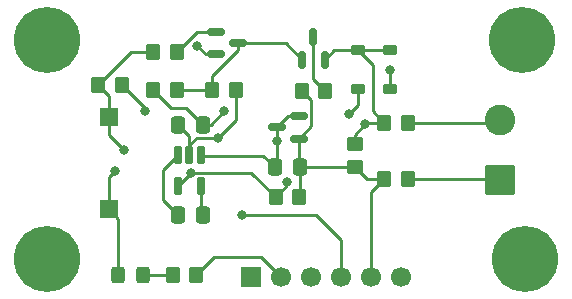
<source format=gbr>
%TF.GenerationSoftware,KiCad,Pcbnew,9.0.3*%
%TF.CreationDate,2025-10-25T21:42:41-05:00*%
%TF.ProjectId,VoltmeterFrontEnd,566f6c74-6d65-4746-9572-46726f6e7445,rev?*%
%TF.SameCoordinates,Original*%
%TF.FileFunction,Copper,L1,Top*%
%TF.FilePolarity,Positive*%
%FSLAX46Y46*%
G04 Gerber Fmt 4.6, Leading zero omitted, Abs format (unit mm)*
G04 Created by KiCad (PCBNEW 9.0.3) date 2025-10-25 21:42:41*
%MOMM*%
%LPD*%
G01*
G04 APERTURE LIST*
G04 Aperture macros list*
%AMRoundRect*
0 Rectangle with rounded corners*
0 $1 Rounding radius*
0 $2 $3 $4 $5 $6 $7 $8 $9 X,Y pos of 4 corners*
0 Add a 4 corners polygon primitive as box body*
4,1,4,$2,$3,$4,$5,$6,$7,$8,$9,$2,$3,0*
0 Add four circle primitives for the rounded corners*
1,1,$1+$1,$2,$3*
1,1,$1+$1,$4,$5*
1,1,$1+$1,$6,$7*
1,1,$1+$1,$8,$9*
0 Add four rect primitives between the rounded corners*
20,1,$1+$1,$2,$3,$4,$5,0*
20,1,$1+$1,$4,$5,$6,$7,0*
20,1,$1+$1,$6,$7,$8,$9,0*
20,1,$1+$1,$8,$9,$2,$3,0*%
G04 Aperture macros list end*
%TA.AperFunction,ComponentPad*%
%ADD10C,2.600000*%
%TD*%
%TA.AperFunction,ComponentPad*%
%ADD11RoundRect,0.250000X1.050000X-1.050000X1.050000X1.050000X-1.050000X1.050000X-1.050000X-1.050000X0*%
%TD*%
%TA.AperFunction,SMDPad,CuDef*%
%ADD12RoundRect,0.250000X-0.350000X-0.450000X0.350000X-0.450000X0.350000X0.450000X-0.350000X0.450000X0*%
%TD*%
%TA.AperFunction,SMDPad,CuDef*%
%ADD13RoundRect,0.150000X-0.587500X-0.150000X0.587500X-0.150000X0.587500X0.150000X-0.587500X0.150000X0*%
%TD*%
%TA.AperFunction,ComponentPad*%
%ADD14C,3.600000*%
%TD*%
%TA.AperFunction,ConnectorPad*%
%ADD15C,5.600000*%
%TD*%
%TA.AperFunction,SMDPad,CuDef*%
%ADD16RoundRect,0.250000X0.350000X0.450000X-0.350000X0.450000X-0.350000X-0.450000X0.350000X-0.450000X0*%
%TD*%
%TA.AperFunction,SMDPad,CuDef*%
%ADD17RoundRect,0.250000X0.450000X-0.350000X0.450000X0.350000X-0.450000X0.350000X-0.450000X-0.350000X0*%
%TD*%
%TA.AperFunction,SMDPad,CuDef*%
%ADD18RoundRect,0.150000X0.587500X0.150000X-0.587500X0.150000X-0.587500X-0.150000X0.587500X-0.150000X0*%
%TD*%
%TA.AperFunction,SMDPad,CuDef*%
%ADD19RoundRect,0.250000X-0.337500X-0.475000X0.337500X-0.475000X0.337500X0.475000X-0.337500X0.475000X0*%
%TD*%
%TA.AperFunction,SMDPad,CuDef*%
%ADD20RoundRect,0.162500X-0.162500X0.617500X-0.162500X-0.617500X0.162500X-0.617500X0.162500X0.617500X0*%
%TD*%
%TA.AperFunction,SMDPad,CuDef*%
%ADD21RoundRect,0.225000X0.375000X-0.225000X0.375000X0.225000X-0.375000X0.225000X-0.375000X-0.225000X0*%
%TD*%
%TA.AperFunction,SMDPad,CuDef*%
%ADD22RoundRect,0.250000X0.337500X0.475000X-0.337500X0.475000X-0.337500X-0.475000X0.337500X-0.475000X0*%
%TD*%
%TA.AperFunction,SMDPad,CuDef*%
%ADD23RoundRect,0.225000X-0.375000X0.225000X-0.375000X-0.225000X0.375000X-0.225000X0.375000X0.225000X0*%
%TD*%
%TA.AperFunction,SMDPad,CuDef*%
%ADD24RoundRect,0.150000X0.150000X-0.587500X0.150000X0.587500X-0.150000X0.587500X-0.150000X-0.587500X0*%
%TD*%
%TA.AperFunction,SMDPad,CuDef*%
%ADD25RoundRect,0.250000X-0.325000X-0.450000X0.325000X-0.450000X0.325000X0.450000X-0.325000X0.450000X0*%
%TD*%
%TA.AperFunction,SMDPad,CuDef*%
%ADD26R,1.500000X1.500000*%
%TD*%
%TA.AperFunction,ComponentPad*%
%ADD27R,1.700000X1.700000*%
%TD*%
%TA.AperFunction,ComponentPad*%
%ADD28C,1.700000*%
%TD*%
%TA.AperFunction,ViaPad*%
%ADD29C,0.800000*%
%TD*%
%TA.AperFunction,Conductor*%
%ADD30C,0.250000*%
%TD*%
G04 APERTURE END LIST*
D10*
%TO.P,J15,2,Pin_2*%
%TO.N,V_Input_Float*%
X132417500Y-72217000D03*
D11*
%TO.P,J15,1,Pin_1*%
%TO.N,V_Input_REF*%
X132417500Y-77297000D03*
%TD*%
D12*
%TO.P,R12,1*%
%TO.N,GND*%
X103000000Y-69750000D03*
%TO.P,R12,2*%
%TO.N,/MOSFET_Gate*%
X105000000Y-69750000D03*
%TD*%
%TO.P,R8,1*%
%TO.N,/MOSFET_Gate*%
X108000000Y-69750000D03*
%TO.P,R8,2*%
%TO.N,+9V*%
X110000000Y-69750000D03*
%TD*%
%TO.P,R7,1*%
%TO.N,MOSFET_Ctrl*%
X103000000Y-66500000D03*
%TO.P,R7,2*%
%TO.N,Net-(Q3-B)*%
X105000000Y-66500000D03*
%TD*%
D13*
%TO.P,Q3,1,B*%
%TO.N,Net-(Q3-B)*%
X108312500Y-64800000D03*
%TO.P,Q3,2,E*%
%TO.N,GND*%
X108312500Y-66700000D03*
%TO.P,Q3,3,C*%
%TO.N,/MOSFET_Gate*%
X110187500Y-65750000D03*
%TD*%
D14*
%TO.P,H4,1*%
%TO.N,N/C*%
X94000000Y-84000000D03*
D15*
X94000000Y-84000000D03*
%TD*%
D14*
%TO.P,H3,1*%
%TO.N,N/C*%
X134500000Y-84000000D03*
D15*
X134500000Y-84000000D03*
%TD*%
D14*
%TO.P,H2,1*%
%TO.N,N/C*%
X134250000Y-65500000D03*
D15*
X134250000Y-65500000D03*
%TD*%
D14*
%TO.P,H1,1*%
%TO.N,N/C*%
X94000000Y-65500000D03*
D15*
X94000000Y-65500000D03*
%TD*%
D12*
%TO.P,R27,1*%
%TO.N,VDD*%
X113373500Y-78752000D03*
%TO.P,R27,2*%
%TO.N,/V Ref to ADS-0*%
X115373500Y-78752000D03*
%TD*%
D16*
%TO.P,R18,1*%
%TO.N,V_Input_REF*%
X124586000Y-77252000D03*
%TO.P,R18,2*%
%TO.N,/V Ref to ADS-0*%
X122586000Y-77252000D03*
%TD*%
D17*
%TO.P,R14,1*%
%TO.N,/V Ref to ADS-0*%
X120086000Y-76252000D03*
%TO.P,R14,2*%
%TO.N,/ADC-1*%
X120086000Y-74252000D03*
%TD*%
D18*
%TO.P,U10,1,K*%
%TO.N,/V Ref to ADS-0*%
X115356500Y-73830000D03*
%TO.P,U10,2,A*%
%TO.N,GND*%
X115356500Y-71930000D03*
%TO.P,U10,3,nc_(gnd)*%
X113481500Y-72880000D03*
%TD*%
D19*
%TO.P,C9,1*%
%TO.N,Net-(U7-C1-)*%
X105131000Y-80249940D03*
%TO.P,C9,2*%
%TO.N,Net-(U7-C1+)*%
X107206000Y-80249940D03*
%TD*%
D16*
%TO.P,R1,1*%
%TO.N,VDD*%
X106657000Y-85344000D03*
%TO.P,R1,2*%
%TO.N,Net-(D1-A)*%
X104657000Y-85344000D03*
%TD*%
%TO.P,R17,1*%
%TO.N,V_Input_Float*%
X124586000Y-72502000D03*
%TO.P,R17,2*%
%TO.N,/ADC-1*%
X122586000Y-72502000D03*
%TD*%
D20*
%TO.P,U7,1,Gnd*%
%TO.N,GND*%
X107036000Y-75169940D03*
%TO.P,U7,2,Out*%
%TO.N,+9V*%
X106086000Y-75169940D03*
%TO.P,U7,3,C1-*%
%TO.N,Net-(U7-C1-)*%
X105136000Y-75169940D03*
%TO.P,U7,4,In*%
%TO.N,VDD*%
X105136000Y-77869940D03*
%TO.P,U7,5,C1+*%
%TO.N,Net-(U7-C1+)*%
X107036000Y-77869940D03*
%TD*%
D16*
%TO.P,R3,1*%
%TO.N,VDD*%
X100336000Y-69302000D03*
%TO.P,R3,2*%
%TO.N,MOSFET_Ctrl*%
X98336000Y-69302000D03*
%TD*%
D21*
%TO.P,D4,1,K*%
%TO.N,VDD*%
X120336000Y-69652000D03*
%TO.P,D4,2,A*%
%TO.N,/ADC-1*%
X120336000Y-66352000D03*
%TD*%
D16*
%TO.P,R24,1*%
%TO.N,Net-(Q8-D)*%
X117586000Y-69752000D03*
%TO.P,R24,2*%
%TO.N,/V Ref to ADS-0*%
X115586000Y-69752000D03*
%TD*%
D22*
%TO.P,C10,1*%
%TO.N,GND*%
X107206000Y-72629940D03*
%TO.P,C10,2*%
%TO.N,+9V*%
X105131000Y-72629940D03*
%TD*%
D23*
%TO.P,D5,1,K*%
%TO.N,/ADC-1*%
X123086000Y-66352000D03*
%TO.P,D5,2,A*%
%TO.N,GND*%
X123086000Y-69652000D03*
%TD*%
D24*
%TO.P,Q8,1,G*%
%TO.N,/MOSFET_Gate*%
X115636000Y-67127000D03*
%TO.P,Q8,2,S*%
%TO.N,/ADC-1*%
X117536000Y-67127000D03*
%TO.P,Q8,3,D*%
%TO.N,Net-(Q8-D)*%
X116586000Y-65252000D03*
%TD*%
D25*
%TO.P,D1,1,K*%
%TO.N,GND*%
X100076000Y-85344000D03*
%TO.P,D1,2,A*%
%TO.N,Net-(D1-A)*%
X102126000Y-85344000D03*
%TD*%
D26*
%TO.P,SW3,1,1*%
%TO.N,MOSFET_Ctrl*%
X99236000Y-71952000D03*
%TO.P,SW3,2,2*%
%TO.N,GND*%
X99236000Y-79752000D03*
%TD*%
D19*
%TO.P,C17,1*%
%TO.N,GND*%
X113336000Y-76252000D03*
%TO.P,C17,2*%
%TO.N,/V Ref to ADS-0*%
X115411000Y-76252000D03*
%TD*%
D27*
%TO.P,J1,1,Pin_1*%
%TO.N,+9V*%
X111296000Y-85502000D03*
D28*
%TO.P,J1,2,Pin_2*%
%TO.N,VDD*%
X113836000Y-85502000D03*
%TO.P,J1,3,Pin_3*%
%TO.N,GND*%
X116376000Y-85502000D03*
%TO.P,J1,4,Pin_4*%
%TO.N,MOSFET_Ctrl*%
X118916000Y-85502000D03*
%TO.P,J1,5,Pin_5*%
%TO.N,/V Ref to ADS-0*%
X121456000Y-85502000D03*
%TO.P,J1,6,Pin_6*%
%TO.N,/ADC-1*%
X123996000Y-85502000D03*
%TD*%
D29*
%TO.N,GND*%
X106750000Y-66000000D03*
X123086000Y-68002000D03*
X109000000Y-71500000D03*
X99746000Y-76532000D03*
X113481500Y-74002000D03*
%TO.N,+9V*%
X108500000Y-73750000D03*
%TO.N,MOSFET_Ctrl*%
X100508000Y-74754000D03*
X110571000Y-80252000D03*
%TO.N,VDD*%
X119586000Y-71752000D03*
X102286000Y-71452000D03*
X114336000Y-77502000D03*
X106244313Y-76697843D03*
%TO.N,/ADC-1*%
X120961000Y-72627000D03*
%TD*%
D30*
%TO.N,+9V*%
X106725941Y-73750000D02*
X108500000Y-73750000D01*
X106086000Y-74389941D02*
X106725941Y-73750000D01*
X106086000Y-75169940D02*
X106086000Y-74389941D01*
X110000000Y-72250000D02*
X110000000Y-69750000D01*
X108500000Y-73750000D02*
X110000000Y-72250000D01*
%TO.N,Net-(U7-C1+)*%
X107036000Y-77869940D02*
X107036000Y-80079940D01*
%TO.N,MOSFET_Ctrl*%
X118916000Y-85502000D02*
X118916000Y-82372000D01*
%TO.N,GND*%
X107450000Y-66700000D02*
X106750000Y-66000000D01*
X108312500Y-66700000D02*
X107450000Y-66700000D01*
%TO.N,Net-(Q3-B)*%
X106700000Y-64800000D02*
X105000000Y-66500000D01*
X108312500Y-64800000D02*
X106700000Y-64800000D01*
%TO.N,MOSFET_Ctrl*%
X103000000Y-66500000D02*
X101138000Y-66500000D01*
X101138000Y-66500000D02*
X98336000Y-69302000D01*
%TO.N,GND*%
X105826060Y-71250000D02*
X107206000Y-72629940D01*
X104500000Y-71250000D02*
X105826060Y-71250000D01*
X103000000Y-69750000D02*
X104500000Y-71250000D01*
%TO.N,/MOSFET_Gate*%
X108000000Y-69750000D02*
X105000000Y-69750000D01*
X110187500Y-66312500D02*
X108000000Y-68500000D01*
X108000000Y-68500000D02*
X108000000Y-69750000D01*
X110187500Y-65750000D02*
X110187500Y-66312500D01*
X114259000Y-65750000D02*
X115636000Y-67127000D01*
X110187500Y-65750000D02*
X114259000Y-65750000D01*
%TO.N,GND*%
X107870060Y-72629940D02*
X107206000Y-72629940D01*
X109000000Y-71500000D02*
X107870060Y-72629940D01*
X113481500Y-74002000D02*
X113481500Y-76106500D01*
X114431500Y-71930000D02*
X113481500Y-72880000D01*
X99236000Y-77042000D02*
X99746000Y-76532000D01*
X112346000Y-75262000D02*
X113336000Y-76252000D01*
X100076000Y-85344000D02*
X100076000Y-80592000D01*
X100076000Y-80592000D02*
X99236000Y-79752000D01*
X107128060Y-75262000D02*
X112346000Y-75262000D01*
X113481500Y-72880000D02*
X113481500Y-74002000D01*
X115356500Y-71930000D02*
X114431500Y-71930000D01*
X99236000Y-79752000D02*
X99236000Y-77042000D01*
X123086000Y-69652000D02*
X123086000Y-68002000D01*
%TO.N,+9V*%
X106086000Y-75169940D02*
X106086000Y-73584940D01*
X106086000Y-73584940D02*
X105131000Y-72629940D01*
%TO.N,V_Input_REF*%
X124586000Y-77252000D02*
X132708500Y-77252000D01*
%TO.N,V_Input_Float*%
X124586000Y-72502000D02*
X132468500Y-72502000D01*
%TO.N,MOSFET_Ctrl*%
X110571000Y-80252000D02*
X116796000Y-80252000D01*
X99236000Y-71952000D02*
X99236000Y-70202000D01*
X99236000Y-71952000D02*
X99236000Y-73482000D01*
X99236000Y-70202000D02*
X98336000Y-69302000D01*
X99236000Y-73482000D02*
X100508000Y-74754000D01*
X116796000Y-80252000D02*
X118916000Y-82372000D01*
%TO.N,VDD*%
X108181000Y-83820000D02*
X112154000Y-83820000D01*
X114336000Y-77789500D02*
X114336000Y-77502000D01*
X106244313Y-76697843D02*
X105136000Y-77806156D01*
X100336000Y-69302000D02*
X102286000Y-71252000D01*
X120336000Y-69652000D02*
X120336000Y-71002000D01*
X106657000Y-85344000D02*
X108181000Y-83820000D01*
X111319343Y-76697843D02*
X106244313Y-76697843D01*
X112154000Y-83820000D02*
X113836000Y-85502000D01*
X113373500Y-78752000D02*
X114336000Y-77789500D01*
X113373500Y-78752000D02*
X111319343Y-76697843D01*
X120336000Y-71002000D02*
X119586000Y-71752000D01*
%TO.N,Net-(D1-A)*%
X104657000Y-85344000D02*
X102126000Y-85344000D01*
%TO.N,Net-(U7-C1-)*%
X103861000Y-78979940D02*
X105131000Y-80249940D01*
X103861000Y-76444940D02*
X103861000Y-78979940D01*
X105136000Y-75169940D02*
X103861000Y-76444940D01*
%TO.N,/ADC-1*%
X121086000Y-72502000D02*
X122586000Y-72502000D01*
X120086000Y-74252000D02*
X120086000Y-73502000D01*
X121586000Y-71502000D02*
X121586000Y-67602000D01*
X122586000Y-72502000D02*
X121586000Y-71502000D01*
X121586000Y-67602000D02*
X120336000Y-66352000D01*
X123086000Y-66352000D02*
X120336000Y-66352000D01*
X120961000Y-72627000D02*
X121086000Y-72502000D01*
X120086000Y-73502000D02*
X120961000Y-72627000D01*
X120336000Y-66352000D02*
X118311000Y-66352000D01*
X118311000Y-66352000D02*
X117536000Y-67127000D01*
%TO.N,/V Ref to ADS-0*%
X115356500Y-73830000D02*
X115356500Y-76197500D01*
X115411000Y-76252000D02*
X120086000Y-76252000D01*
X115586000Y-69752000D02*
X116420000Y-70586000D01*
X116420000Y-72766500D02*
X115356500Y-73830000D01*
X115411000Y-76252000D02*
X115411000Y-78714500D01*
X121086000Y-77252000D02*
X120086000Y-76252000D01*
X122586000Y-77252000D02*
X121086000Y-77252000D01*
X122586000Y-77252000D02*
X121456000Y-78382000D01*
X116420000Y-70586000D02*
X116420000Y-72766500D01*
X121456000Y-78382000D02*
X121456000Y-85502000D01*
%TO.N,Net-(Q8-D)*%
X116586000Y-68752000D02*
X117586000Y-69752000D01*
X116586000Y-65252000D02*
X116586000Y-68752000D01*
%TD*%
M02*

</source>
